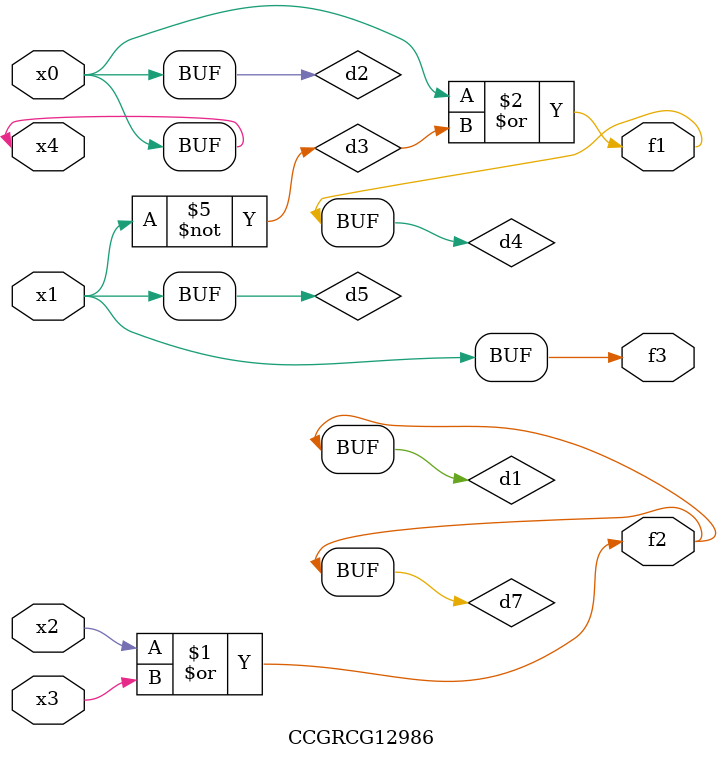
<source format=v>
module CCGRCG12986(
	input x0, x1, x2, x3, x4,
	output f1, f2, f3
);

	wire d1, d2, d3, d4, d5, d6, d7;

	or (d1, x2, x3);
	buf (d2, x0, x4);
	not (d3, x1);
	or (d4, d2, d3);
	not (d5, d3);
	nand (d6, d1, d3);
	or (d7, d1);
	assign f1 = d4;
	assign f2 = d7;
	assign f3 = d5;
endmodule

</source>
